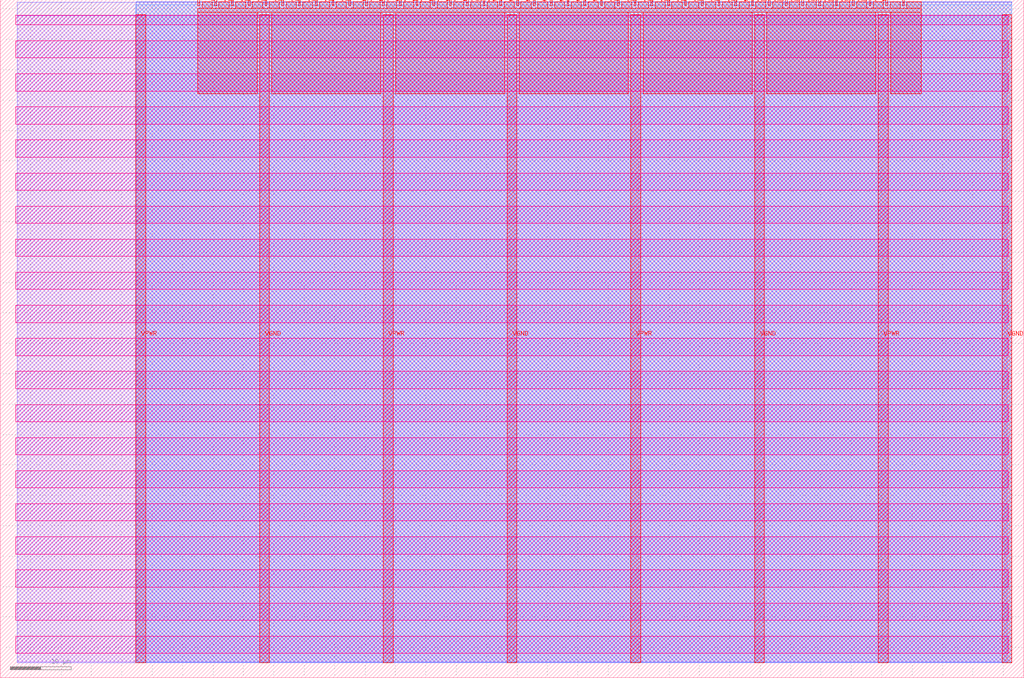
<source format=lef>
VERSION 5.7 ;
  NOWIREEXTENSIONATPIN ON ;
  DIVIDERCHAR "/" ;
  BUSBITCHARS "[]" ;
MACRO tt_um_4_bit_pipeline_multiplier_dup
  CLASS BLOCK ;
  FOREIGN tt_um_4_bit_pipeline_multiplier_dup ;
  ORIGIN 0.000 0.000 ;
  SIZE 168.360 BY 111.520 ;
  PIN VGND
    DIRECTION INOUT ;
    USE GROUND ;
    PORT
      LAYER met4 ;
        RECT 42.670 2.480 44.270 109.040 ;
    END
    PORT
      LAYER met4 ;
        RECT 83.380 2.480 84.980 109.040 ;
    END
    PORT
      LAYER met4 ;
        RECT 124.090 2.480 125.690 109.040 ;
    END
    PORT
      LAYER met4 ;
        RECT 164.800 2.480 166.400 109.040 ;
    END
  END VGND
  PIN VPWR
    DIRECTION INOUT ;
    USE POWER ;
    PORT
      LAYER met4 ;
        RECT 22.315 2.480 23.915 109.040 ;
    END
    PORT
      LAYER met4 ;
        RECT 63.025 2.480 64.625 109.040 ;
    END
    PORT
      LAYER met4 ;
        RECT 103.735 2.480 105.335 109.040 ;
    END
    PORT
      LAYER met4 ;
        RECT 144.445 2.480 146.045 109.040 ;
    END
  END VPWR
  PIN clk
    DIRECTION INPUT ;
    USE SIGNAL ;
    ANTENNAGATEAREA 0.852000 ;
    PORT
      LAYER met4 ;
        RECT 145.670 110.520 145.970 111.520 ;
    END
  END clk
  PIN ena
    DIRECTION INPUT ;
    USE SIGNAL ;
    ANTENNAGATEAREA 0.196500 ;
    PORT
      LAYER met4 ;
        RECT 148.430 110.520 148.730 111.520 ;
    END
  END ena
  PIN rst_n
    DIRECTION INPUT ;
    USE SIGNAL ;
    ANTENNAGATEAREA 0.196500 ;
    PORT
      LAYER met4 ;
        RECT 142.910 110.520 143.210 111.520 ;
    END
  END rst_n
  PIN ui_in[0]
    DIRECTION INPUT ;
    USE SIGNAL ;
    ANTENNAGATEAREA 0.213000 ;
    PORT
      LAYER met4 ;
        RECT 140.150 110.520 140.450 111.520 ;
    END
  END ui_in[0]
  PIN ui_in[1]
    DIRECTION INPUT ;
    USE SIGNAL ;
    ANTENNAGATEAREA 0.159000 ;
    PORT
      LAYER met4 ;
        RECT 137.390 110.520 137.690 111.520 ;
    END
  END ui_in[1]
  PIN ui_in[2]
    DIRECTION INPUT ;
    USE SIGNAL ;
    ANTENNAGATEAREA 0.196500 ;
    PORT
      LAYER met4 ;
        RECT 134.630 110.520 134.930 111.520 ;
    END
  END ui_in[2]
  PIN ui_in[3]
    DIRECTION INPUT ;
    USE SIGNAL ;
    ANTENNAGATEAREA 0.213000 ;
    PORT
      LAYER met4 ;
        RECT 131.870 110.520 132.170 111.520 ;
    END
  END ui_in[3]
  PIN ui_in[4]
    DIRECTION INPUT ;
    USE SIGNAL ;
    ANTENNAGATEAREA 0.159000 ;
    PORT
      LAYER met4 ;
        RECT 129.110 110.520 129.410 111.520 ;
    END
  END ui_in[4]
  PIN ui_in[5]
    DIRECTION INPUT ;
    USE SIGNAL ;
    ANTENNAGATEAREA 0.159000 ;
    PORT
      LAYER met4 ;
        RECT 126.350 110.520 126.650 111.520 ;
    END
  END ui_in[5]
  PIN ui_in[6]
    DIRECTION INPUT ;
    USE SIGNAL ;
    ANTENNAGATEAREA 0.159000 ;
    PORT
      LAYER met4 ;
        RECT 123.590 110.520 123.890 111.520 ;
    END
  END ui_in[6]
  PIN ui_in[7]
    DIRECTION INPUT ;
    USE SIGNAL ;
    ANTENNAGATEAREA 0.213000 ;
    PORT
      LAYER met4 ;
        RECT 120.830 110.520 121.130 111.520 ;
    END
  END ui_in[7]
  PIN uio_in[0]
    DIRECTION INPUT ;
    USE SIGNAL ;
    ANTENNAGATEAREA 0.196500 ;
    PORT
      LAYER met4 ;
        RECT 118.070 110.520 118.370 111.520 ;
    END
  END uio_in[0]
  PIN uio_in[1]
    DIRECTION INPUT ;
    USE SIGNAL ;
    ANTENNAGATEAREA 0.196500 ;
    PORT
      LAYER met4 ;
        RECT 115.310 110.520 115.610 111.520 ;
    END
  END uio_in[1]
  PIN uio_in[2]
    DIRECTION INPUT ;
    USE SIGNAL ;
    ANTENNAGATEAREA 0.196500 ;
    PORT
      LAYER met4 ;
        RECT 112.550 110.520 112.850 111.520 ;
    END
  END uio_in[2]
  PIN uio_in[3]
    DIRECTION INPUT ;
    USE SIGNAL ;
    ANTENNAGATEAREA 0.196500 ;
    PORT
      LAYER met4 ;
        RECT 109.790 110.520 110.090 111.520 ;
    END
  END uio_in[3]
  PIN uio_in[4]
    DIRECTION INPUT ;
    USE SIGNAL ;
    ANTENNAGATEAREA 0.196500 ;
    PORT
      LAYER met4 ;
        RECT 107.030 110.520 107.330 111.520 ;
    END
  END uio_in[4]
  PIN uio_in[5]
    DIRECTION INPUT ;
    USE SIGNAL ;
    ANTENNAGATEAREA 0.196500 ;
    PORT
      LAYER met4 ;
        RECT 104.270 110.520 104.570 111.520 ;
    END
  END uio_in[5]
  PIN uio_in[6]
    DIRECTION INPUT ;
    USE SIGNAL ;
    ANTENNAGATEAREA 0.196500 ;
    PORT
      LAYER met4 ;
        RECT 101.510 110.520 101.810 111.520 ;
    END
  END uio_in[6]
  PIN uio_in[7]
    DIRECTION INPUT ;
    USE SIGNAL ;
    ANTENNAGATEAREA 0.196500 ;
    PORT
      LAYER met4 ;
        RECT 98.750 110.520 99.050 111.520 ;
    END
  END uio_in[7]
  PIN uio_oe[0]
    DIRECTION OUTPUT TRISTATE ;
    USE SIGNAL ;
    PORT
      LAYER met4 ;
        RECT 51.830 110.520 52.130 111.520 ;
    END
  END uio_oe[0]
  PIN uio_oe[1]
    DIRECTION OUTPUT TRISTATE ;
    USE SIGNAL ;
    PORT
      LAYER met4 ;
        RECT 49.070 110.520 49.370 111.520 ;
    END
  END uio_oe[1]
  PIN uio_oe[2]
    DIRECTION OUTPUT TRISTATE ;
    USE SIGNAL ;
    PORT
      LAYER met4 ;
        RECT 46.310 110.520 46.610 111.520 ;
    END
  END uio_oe[2]
  PIN uio_oe[3]
    DIRECTION OUTPUT TRISTATE ;
    USE SIGNAL ;
    PORT
      LAYER met4 ;
        RECT 43.550 110.520 43.850 111.520 ;
    END
  END uio_oe[3]
  PIN uio_oe[4]
    DIRECTION OUTPUT TRISTATE ;
    USE SIGNAL ;
    PORT
      LAYER met4 ;
        RECT 40.790 110.520 41.090 111.520 ;
    END
  END uio_oe[4]
  PIN uio_oe[5]
    DIRECTION OUTPUT TRISTATE ;
    USE SIGNAL ;
    PORT
      LAYER met4 ;
        RECT 38.030 110.520 38.330 111.520 ;
    END
  END uio_oe[5]
  PIN uio_oe[6]
    DIRECTION OUTPUT TRISTATE ;
    USE SIGNAL ;
    PORT
      LAYER met4 ;
        RECT 35.270 110.520 35.570 111.520 ;
    END
  END uio_oe[6]
  PIN uio_oe[7]
    DIRECTION OUTPUT TRISTATE ;
    USE SIGNAL ;
    PORT
      LAYER met4 ;
        RECT 32.510 110.520 32.810 111.520 ;
    END
  END uio_oe[7]
  PIN uio_out[0]
    DIRECTION OUTPUT TRISTATE ;
    USE SIGNAL ;
    ANTENNADIFFAREA 0.795200 ;
    PORT
      LAYER met4 ;
        RECT 73.910 110.520 74.210 111.520 ;
    END
  END uio_out[0]
  PIN uio_out[1]
    DIRECTION OUTPUT TRISTATE ;
    USE SIGNAL ;
    ANTENNADIFFAREA 0.445500 ;
    PORT
      LAYER met4 ;
        RECT 71.150 110.520 71.450 111.520 ;
    END
  END uio_out[1]
  PIN uio_out[2]
    DIRECTION OUTPUT TRISTATE ;
    USE SIGNAL ;
    ANTENNADIFFAREA 0.795200 ;
    PORT
      LAYER met4 ;
        RECT 68.390 110.520 68.690 111.520 ;
    END
  END uio_out[2]
  PIN uio_out[3]
    DIRECTION OUTPUT TRISTATE ;
    USE SIGNAL ;
    ANTENNADIFFAREA 0.445500 ;
    PORT
      LAYER met4 ;
        RECT 65.630 110.520 65.930 111.520 ;
    END
  END uio_out[3]
  PIN uio_out[4]
    DIRECTION OUTPUT TRISTATE ;
    USE SIGNAL ;
    ANTENNADIFFAREA 0.445500 ;
    PORT
      LAYER met4 ;
        RECT 62.870 110.520 63.170 111.520 ;
    END
  END uio_out[4]
  PIN uio_out[5]
    DIRECTION OUTPUT TRISTATE ;
    USE SIGNAL ;
    ANTENNADIFFAREA 0.445500 ;
    PORT
      LAYER met4 ;
        RECT 60.110 110.520 60.410 111.520 ;
    END
  END uio_out[5]
  PIN uio_out[6]
    DIRECTION OUTPUT TRISTATE ;
    USE SIGNAL ;
    ANTENNADIFFAREA 0.445500 ;
    PORT
      LAYER met4 ;
        RECT 57.350 110.520 57.650 111.520 ;
    END
  END uio_out[6]
  PIN uio_out[7]
    DIRECTION OUTPUT TRISTATE ;
    USE SIGNAL ;
    ANTENNADIFFAREA 0.795200 ;
    PORT
      LAYER met4 ;
        RECT 54.590 110.520 54.890 111.520 ;
    END
  END uio_out[7]
  PIN uo_out[0]
    DIRECTION OUTPUT TRISTATE ;
    USE SIGNAL ;
    ANTENNADIFFAREA 0.445500 ;
    PORT
      LAYER met4 ;
        RECT 95.990 110.520 96.290 111.520 ;
    END
  END uo_out[0]
  PIN uo_out[1]
    DIRECTION OUTPUT TRISTATE ;
    USE SIGNAL ;
    ANTENNADIFFAREA 0.445500 ;
    PORT
      LAYER met4 ;
        RECT 93.230 110.520 93.530 111.520 ;
    END
  END uo_out[1]
  PIN uo_out[2]
    DIRECTION OUTPUT TRISTATE ;
    USE SIGNAL ;
    ANTENNADIFFAREA 0.445500 ;
    PORT
      LAYER met4 ;
        RECT 90.470 110.520 90.770 111.520 ;
    END
  END uo_out[2]
  PIN uo_out[3]
    DIRECTION OUTPUT TRISTATE ;
    USE SIGNAL ;
    ANTENNADIFFAREA 0.445500 ;
    PORT
      LAYER met4 ;
        RECT 87.710 110.520 88.010 111.520 ;
    END
  END uo_out[3]
  PIN uo_out[4]
    DIRECTION OUTPUT TRISTATE ;
    USE SIGNAL ;
    ANTENNADIFFAREA 0.445500 ;
    PORT
      LAYER met4 ;
        RECT 84.950 110.520 85.250 111.520 ;
    END
  END uo_out[4]
  PIN uo_out[5]
    DIRECTION OUTPUT TRISTATE ;
    USE SIGNAL ;
    ANTENNADIFFAREA 0.445500 ;
    PORT
      LAYER met4 ;
        RECT 82.190 110.520 82.490 111.520 ;
    END
  END uo_out[5]
  PIN uo_out[6]
    DIRECTION OUTPUT TRISTATE ;
    USE SIGNAL ;
    ANTENNADIFFAREA 0.445500 ;
    PORT
      LAYER met4 ;
        RECT 79.430 110.520 79.730 111.520 ;
    END
  END uo_out[6]
  PIN uo_out[7]
    DIRECTION OUTPUT TRISTATE ;
    USE SIGNAL ;
    ANTENNADIFFAREA 0.445500 ;
    PORT
      LAYER met4 ;
        RECT 76.670 110.520 76.970 111.520 ;
    END
  END uo_out[7]
  OBS
      LAYER nwell ;
        RECT 2.570 107.385 165.790 108.990 ;
        RECT 2.570 101.945 165.790 104.775 ;
        RECT 2.570 96.505 165.790 99.335 ;
        RECT 2.570 91.065 165.790 93.895 ;
        RECT 2.570 85.625 165.790 88.455 ;
        RECT 2.570 80.185 165.790 83.015 ;
        RECT 2.570 74.745 165.790 77.575 ;
        RECT 2.570 69.305 165.790 72.135 ;
        RECT 2.570 63.865 165.790 66.695 ;
        RECT 2.570 58.425 165.790 61.255 ;
        RECT 2.570 52.985 165.790 55.815 ;
        RECT 2.570 47.545 165.790 50.375 ;
        RECT 2.570 42.105 165.790 44.935 ;
        RECT 2.570 36.665 165.790 39.495 ;
        RECT 2.570 31.225 165.790 34.055 ;
        RECT 2.570 25.785 165.790 28.615 ;
        RECT 2.570 20.345 165.790 23.175 ;
        RECT 2.570 14.905 165.790 17.735 ;
        RECT 2.570 9.465 165.790 12.295 ;
        RECT 2.570 4.025 165.790 6.855 ;
      LAYER li1 ;
        RECT 2.760 2.635 165.600 108.885 ;
      LAYER met1 ;
        RECT 2.760 2.480 166.400 111.140 ;
      LAYER met2 ;
        RECT 22.345 2.535 166.370 111.170 ;
      LAYER met3 ;
        RECT 22.325 2.555 166.390 110.665 ;
      LAYER met4 ;
        RECT 33.210 110.120 34.870 111.170 ;
        RECT 35.970 110.120 37.630 111.170 ;
        RECT 38.730 110.120 40.390 111.170 ;
        RECT 41.490 110.120 43.150 111.170 ;
        RECT 44.250 110.120 45.910 111.170 ;
        RECT 47.010 110.120 48.670 111.170 ;
        RECT 49.770 110.120 51.430 111.170 ;
        RECT 52.530 110.120 54.190 111.170 ;
        RECT 55.290 110.120 56.950 111.170 ;
        RECT 58.050 110.120 59.710 111.170 ;
        RECT 60.810 110.120 62.470 111.170 ;
        RECT 63.570 110.120 65.230 111.170 ;
        RECT 66.330 110.120 67.990 111.170 ;
        RECT 69.090 110.120 70.750 111.170 ;
        RECT 71.850 110.120 73.510 111.170 ;
        RECT 74.610 110.120 76.270 111.170 ;
        RECT 77.370 110.120 79.030 111.170 ;
        RECT 80.130 110.120 81.790 111.170 ;
        RECT 82.890 110.120 84.550 111.170 ;
        RECT 85.650 110.120 87.310 111.170 ;
        RECT 88.410 110.120 90.070 111.170 ;
        RECT 91.170 110.120 92.830 111.170 ;
        RECT 93.930 110.120 95.590 111.170 ;
        RECT 96.690 110.120 98.350 111.170 ;
        RECT 99.450 110.120 101.110 111.170 ;
        RECT 102.210 110.120 103.870 111.170 ;
        RECT 104.970 110.120 106.630 111.170 ;
        RECT 107.730 110.120 109.390 111.170 ;
        RECT 110.490 110.120 112.150 111.170 ;
        RECT 113.250 110.120 114.910 111.170 ;
        RECT 116.010 110.120 117.670 111.170 ;
        RECT 118.770 110.120 120.430 111.170 ;
        RECT 121.530 110.120 123.190 111.170 ;
        RECT 124.290 110.120 125.950 111.170 ;
        RECT 127.050 110.120 128.710 111.170 ;
        RECT 129.810 110.120 131.470 111.170 ;
        RECT 132.570 110.120 134.230 111.170 ;
        RECT 135.330 110.120 136.990 111.170 ;
        RECT 138.090 110.120 139.750 111.170 ;
        RECT 140.850 110.120 142.510 111.170 ;
        RECT 143.610 110.120 145.270 111.170 ;
        RECT 146.370 110.120 148.030 111.170 ;
        RECT 149.130 110.120 151.505 111.170 ;
        RECT 32.495 109.440 151.505 110.120 ;
        RECT 32.495 96.055 42.270 109.440 ;
        RECT 44.670 96.055 62.625 109.440 ;
        RECT 65.025 96.055 82.980 109.440 ;
        RECT 85.380 96.055 103.335 109.440 ;
        RECT 105.735 96.055 123.690 109.440 ;
        RECT 126.090 96.055 144.045 109.440 ;
        RECT 146.445 96.055 151.505 109.440 ;
  END
END tt_um_4_bit_pipeline_multiplier_dup
END LIBRARY


</source>
